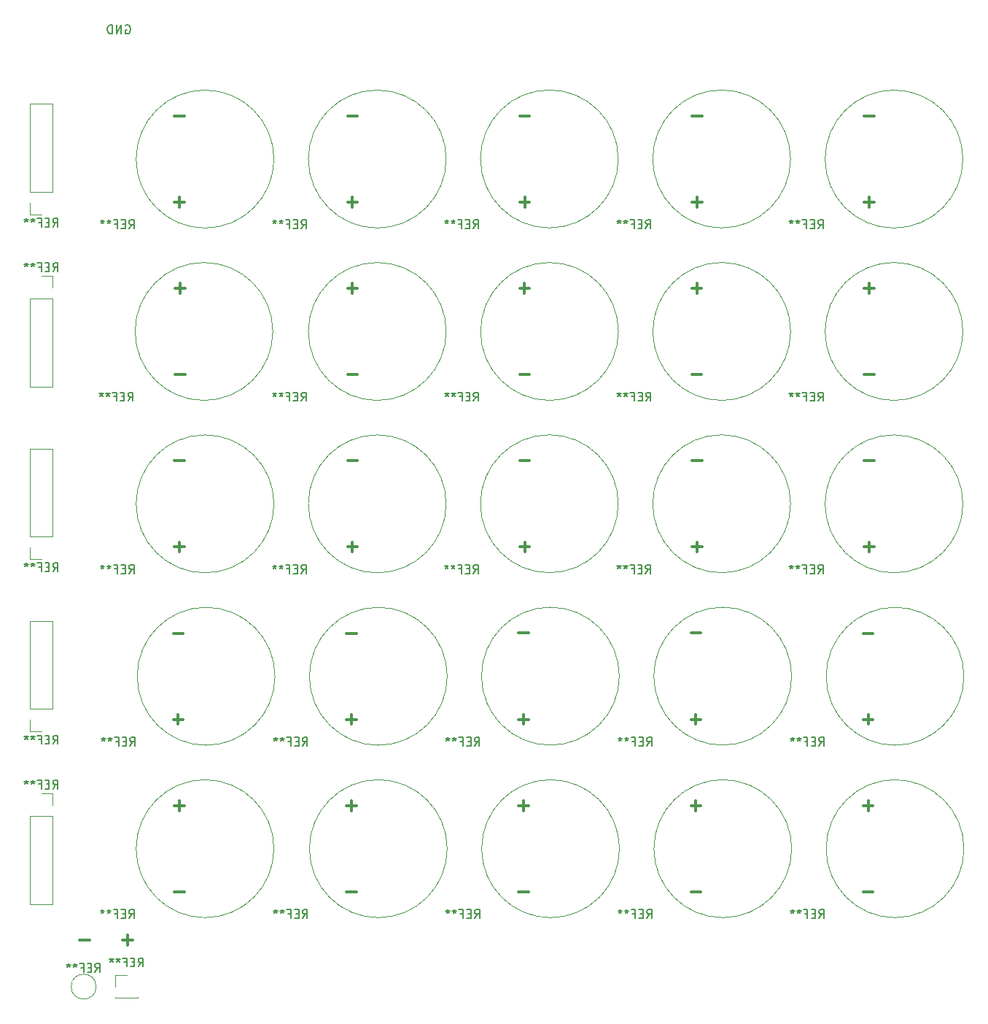
<source format=gbr>
%TF.GenerationSoftware,KiCad,Pcbnew,(6.0.4)*%
%TF.CreationDate,2022-05-01T19:30:29-04:00*%
%TF.ProjectId,ultrasonic,756c7472-6173-46f6-9e69-632e6b696361,rev?*%
%TF.SameCoordinates,Original*%
%TF.FileFunction,Legend,Bot*%
%TF.FilePolarity,Positive*%
%FSLAX46Y46*%
G04 Gerber Fmt 4.6, Leading zero omitted, Abs format (unit mm)*
G04 Created by KiCad (PCBNEW (6.0.4)) date 2022-05-01 19:30:29*
%MOMM*%
%LPD*%
G01*
G04 APERTURE LIST*
%ADD10C,0.150000*%
%ADD11C,0.300000*%
%ADD12C,0.120000*%
G04 APERTURE END LIST*
D10*
X75761904Y-44500000D02*
X75857142Y-44452380D01*
X76000000Y-44452380D01*
X76142857Y-44500000D01*
X76238095Y-44595238D01*
X76285714Y-44690476D01*
X76333333Y-44880952D01*
X76333333Y-45023809D01*
X76285714Y-45214285D01*
X76238095Y-45309523D01*
X76142857Y-45404761D01*
X76000000Y-45452380D01*
X75904761Y-45452380D01*
X75761904Y-45404761D01*
X75714285Y-45357142D01*
X75714285Y-45023809D01*
X75904761Y-45023809D01*
X75285714Y-45452380D02*
X75285714Y-44452380D01*
X74714285Y-45452380D01*
X74714285Y-44452380D01*
X74238095Y-45452380D02*
X74238095Y-44452380D01*
X74000000Y-44452380D01*
X73857142Y-44500000D01*
X73761904Y-44595238D01*
X73714285Y-44690476D01*
X73666666Y-44880952D01*
X73666666Y-45023809D01*
X73714285Y-45214285D01*
X73761904Y-45309523D01*
X73857142Y-45404761D01*
X74000000Y-45452380D01*
X74238095Y-45452380D01*
D11*
X71571428Y-150607142D02*
X70428571Y-150607142D01*
X76571428Y-150607142D02*
X75428571Y-150607142D01*
X76000000Y-151178571D02*
X76000000Y-150035714D01*
X102571429Y-145007143D02*
X101428572Y-145007143D01*
X82571428Y-145007142D02*
X81428571Y-145007142D01*
X82450181Y-115007143D02*
X81307324Y-115007143D01*
X142571428Y-114995772D02*
X141428571Y-114995772D01*
X142571428Y-124995772D02*
X141428571Y-124995772D01*
X142000000Y-125567201D02*
X142000000Y-124424344D01*
X102571429Y-135007143D02*
X101428572Y-135007143D01*
X102000001Y-135578572D02*
X102000001Y-134435715D01*
X82571428Y-135007142D02*
X81428571Y-135007142D01*
X82000000Y-135578571D02*
X82000000Y-134435714D01*
X142560057Y-135007143D02*
X141417200Y-135007143D01*
X141988629Y-135578572D02*
X141988629Y-134435715D01*
X102571429Y-125007143D02*
X101428572Y-125007143D01*
X102000001Y-125578572D02*
X102000001Y-124435715D01*
X122554373Y-145007143D02*
X121411516Y-145007143D01*
X162571429Y-135007143D02*
X161428572Y-135007143D01*
X162000001Y-135578572D02*
X162000001Y-134435715D01*
X162571429Y-115007143D02*
X161428572Y-115007143D01*
X82450181Y-125007143D02*
X81307324Y-125007143D01*
X81878753Y-125578572D02*
X81878753Y-124435715D01*
X102571429Y-115007143D02*
X101428572Y-115007143D01*
X122571429Y-124995772D02*
X121428572Y-124995772D01*
X122000001Y-125567201D02*
X122000001Y-124424344D01*
X162571429Y-125007143D02*
X161428572Y-125007143D01*
X162000001Y-125578572D02*
X162000001Y-124435715D01*
X122571429Y-114995772D02*
X121428572Y-114995772D01*
X122554373Y-135007143D02*
X121411516Y-135007143D01*
X121982945Y-135578572D02*
X121982945Y-134435715D01*
X162571429Y-145007143D02*
X161428572Y-145007143D01*
X142560057Y-145007143D02*
X141417200Y-145007143D01*
X102692676Y-95007142D02*
X101549819Y-95007142D01*
X102692676Y-105007142D02*
X101549819Y-105007142D01*
X102121248Y-105578571D02*
X102121248Y-104435714D01*
X82571428Y-95007142D02*
X81428571Y-95007142D01*
X122692676Y-104995771D02*
X121549819Y-104995771D01*
X122121248Y-105567200D02*
X122121248Y-104424343D01*
X122692676Y-94995771D02*
X121549819Y-94995771D01*
X162692676Y-95007142D02*
X161549819Y-95007142D01*
X82571428Y-105007142D02*
X81428571Y-105007142D01*
X82000000Y-105578571D02*
X82000000Y-104435714D01*
X162692676Y-105007142D02*
X161549819Y-105007142D01*
X162121248Y-105578571D02*
X162121248Y-104435714D01*
X142692675Y-104995771D02*
X141549818Y-104995771D01*
X142121247Y-105567200D02*
X142121247Y-104424343D01*
X142692675Y-94995771D02*
X141549818Y-94995771D01*
X122692676Y-64995771D02*
X121549819Y-64995771D01*
X122121248Y-65567200D02*
X122121248Y-64424343D01*
X142692675Y-64995771D02*
X141549818Y-64995771D01*
X142121247Y-65567200D02*
X142121247Y-64424343D01*
X102692676Y-55007142D02*
X101549819Y-55007142D01*
X162692676Y-55007142D02*
X161549819Y-55007142D01*
X142692675Y-54995771D02*
X141549818Y-54995771D01*
X122692676Y-54995771D02*
X121549819Y-54995771D01*
X102692676Y-65007142D02*
X101549819Y-65007142D01*
X102121248Y-65578571D02*
X102121248Y-64435714D01*
X162692676Y-65007142D02*
X161549819Y-65007142D01*
X162121248Y-65578571D02*
X162121248Y-64435714D01*
X82571428Y-65007142D02*
X81428571Y-65007142D01*
X82000000Y-65578571D02*
X82000000Y-64435714D01*
X162692676Y-75007142D02*
X161549819Y-75007142D01*
X162121248Y-75578571D02*
X162121248Y-74435714D01*
X82571428Y-55007142D02*
X81428571Y-55007142D01*
X82692675Y-75007141D02*
X81549818Y-75007141D01*
X82121247Y-75578570D02*
X82121247Y-74435713D01*
X102692676Y-75007142D02*
X101549819Y-75007142D01*
X102121248Y-75578571D02*
X102121248Y-74435714D01*
X102692676Y-85007142D02*
X101549819Y-85007142D01*
X122675620Y-85007142D02*
X121532763Y-85007142D01*
X142681304Y-75007142D02*
X141538447Y-75007142D01*
X142109876Y-75578571D02*
X142109876Y-74435714D01*
X82692675Y-85007141D02*
X81549818Y-85007141D01*
X122675620Y-75007142D02*
X121532763Y-75007142D01*
X122104192Y-75578571D02*
X122104192Y-74435714D01*
X162692676Y-85007142D02*
X161549819Y-85007142D01*
X142681304Y-85007142D02*
X141538447Y-85007142D01*
D10*
%TO.C,REF\u002A\u002A*%
X72238095Y-154304380D02*
X72571428Y-153828190D01*
X72809523Y-154304380D02*
X72809523Y-153304380D01*
X72428571Y-153304380D01*
X72333333Y-153352000D01*
X72285714Y-153399619D01*
X72238095Y-153494857D01*
X72238095Y-153637714D01*
X72285714Y-153732952D01*
X72333333Y-153780571D01*
X72428571Y-153828190D01*
X72809523Y-153828190D01*
X71809523Y-153780571D02*
X71476190Y-153780571D01*
X71333333Y-154304380D02*
X71809523Y-154304380D01*
X71809523Y-153304380D01*
X71333333Y-153304380D01*
X70571428Y-153780571D02*
X70904762Y-153780571D01*
X70904762Y-154304380D02*
X70904762Y-153304380D01*
X70428571Y-153304380D01*
X69904762Y-153304380D02*
X69904762Y-153542476D01*
X70142857Y-153447238D02*
X69904762Y-153542476D01*
X69666666Y-153447238D01*
X70047619Y-153732952D02*
X69904762Y-153542476D01*
X69761904Y-153732952D01*
X69142857Y-153304380D02*
X69142857Y-153542476D01*
X69380952Y-153447238D02*
X69142857Y-153542476D01*
X68904762Y-153447238D01*
X69285714Y-153732952D02*
X69142857Y-153542476D01*
X69000000Y-153732952D01*
X77238095Y-153682380D02*
X77571428Y-153206190D01*
X77809523Y-153682380D02*
X77809523Y-152682380D01*
X77428571Y-152682380D01*
X77333333Y-152730000D01*
X77285714Y-152777619D01*
X77238095Y-152872857D01*
X77238095Y-153015714D01*
X77285714Y-153110952D01*
X77333333Y-153158571D01*
X77428571Y-153206190D01*
X77809523Y-153206190D01*
X76809523Y-153158571D02*
X76476190Y-153158571D01*
X76333333Y-153682380D02*
X76809523Y-153682380D01*
X76809523Y-152682380D01*
X76333333Y-152682380D01*
X75571428Y-153158571D02*
X75904762Y-153158571D01*
X75904762Y-153682380D02*
X75904762Y-152682380D01*
X75428571Y-152682380D01*
X74904762Y-152682380D02*
X74904762Y-152920476D01*
X75142857Y-152825238D02*
X74904762Y-152920476D01*
X74666666Y-152825238D01*
X75047619Y-153110952D02*
X74904762Y-152920476D01*
X74761904Y-153110952D01*
X74142857Y-152682380D02*
X74142857Y-152920476D01*
X74380952Y-152825238D02*
X74142857Y-152920476D01*
X73904762Y-152825238D01*
X74285714Y-153110952D02*
X74142857Y-152920476D01*
X74000000Y-153110952D01*
X67333333Y-133047380D02*
X67666666Y-132571190D01*
X67904761Y-133047380D02*
X67904761Y-132047380D01*
X67523809Y-132047380D01*
X67428571Y-132095000D01*
X67380952Y-132142619D01*
X67333333Y-132237857D01*
X67333333Y-132380714D01*
X67380952Y-132475952D01*
X67428571Y-132523571D01*
X67523809Y-132571190D01*
X67904761Y-132571190D01*
X66904761Y-132523571D02*
X66571428Y-132523571D01*
X66428571Y-133047380D02*
X66904761Y-133047380D01*
X66904761Y-132047380D01*
X66428571Y-132047380D01*
X65666666Y-132523571D02*
X66000000Y-132523571D01*
X66000000Y-133047380D02*
X66000000Y-132047380D01*
X65523809Y-132047380D01*
X65000000Y-132047380D02*
X65000000Y-132285476D01*
X65238095Y-132190238D02*
X65000000Y-132285476D01*
X64761904Y-132190238D01*
X65142857Y-132475952D02*
X65000000Y-132285476D01*
X64857142Y-132475952D01*
X64238095Y-132047380D02*
X64238095Y-132285476D01*
X64476190Y-132190238D02*
X64238095Y-132285476D01*
X64000000Y-132190238D01*
X64380952Y-132475952D02*
X64238095Y-132285476D01*
X64095238Y-132475952D01*
X67333333Y-127857380D02*
X67666666Y-127381190D01*
X67904761Y-127857380D02*
X67904761Y-126857380D01*
X67523809Y-126857380D01*
X67428571Y-126905000D01*
X67380952Y-126952619D01*
X67333333Y-127047857D01*
X67333333Y-127190714D01*
X67380952Y-127285952D01*
X67428571Y-127333571D01*
X67523809Y-127381190D01*
X67904761Y-127381190D01*
X66904761Y-127333571D02*
X66571428Y-127333571D01*
X66428571Y-127857380D02*
X66904761Y-127857380D01*
X66904761Y-126857380D01*
X66428571Y-126857380D01*
X65666666Y-127333571D02*
X66000000Y-127333571D01*
X66000000Y-127857380D02*
X66000000Y-126857380D01*
X65523809Y-126857380D01*
X65000000Y-126857380D02*
X65000000Y-127095476D01*
X65238095Y-127000238D02*
X65000000Y-127095476D01*
X64761904Y-127000238D01*
X65142857Y-127285952D02*
X65000000Y-127095476D01*
X64857142Y-127285952D01*
X64238095Y-126857380D02*
X64238095Y-127095476D01*
X64476190Y-127000238D02*
X64238095Y-127095476D01*
X64000000Y-127000238D01*
X64380952Y-127285952D02*
X64238095Y-127095476D01*
X64095238Y-127285952D01*
X67333333Y-107857380D02*
X67666666Y-107381190D01*
X67904761Y-107857380D02*
X67904761Y-106857380D01*
X67523809Y-106857380D01*
X67428571Y-106905000D01*
X67380952Y-106952619D01*
X67333333Y-107047857D01*
X67333333Y-107190714D01*
X67380952Y-107285952D01*
X67428571Y-107333571D01*
X67523809Y-107381190D01*
X67904761Y-107381190D01*
X66904761Y-107333571D02*
X66571428Y-107333571D01*
X66428571Y-107857380D02*
X66904761Y-107857380D01*
X66904761Y-106857380D01*
X66428571Y-106857380D01*
X65666666Y-107333571D02*
X66000000Y-107333571D01*
X66000000Y-107857380D02*
X66000000Y-106857380D01*
X65523809Y-106857380D01*
X65000000Y-106857380D02*
X65000000Y-107095476D01*
X65238095Y-107000238D02*
X65000000Y-107095476D01*
X64761904Y-107000238D01*
X65142857Y-107285952D02*
X65000000Y-107095476D01*
X64857142Y-107285952D01*
X64238095Y-106857380D02*
X64238095Y-107095476D01*
X64476190Y-107000238D02*
X64238095Y-107095476D01*
X64000000Y-107000238D01*
X64380952Y-107285952D02*
X64238095Y-107095476D01*
X64095238Y-107285952D01*
X67333333Y-73047380D02*
X67666666Y-72571190D01*
X67904761Y-73047380D02*
X67904761Y-72047380D01*
X67523809Y-72047380D01*
X67428571Y-72095000D01*
X67380952Y-72142619D01*
X67333333Y-72237857D01*
X67333333Y-72380714D01*
X67380952Y-72475952D01*
X67428571Y-72523571D01*
X67523809Y-72571190D01*
X67904761Y-72571190D01*
X66904761Y-72523571D02*
X66571428Y-72523571D01*
X66428571Y-73047380D02*
X66904761Y-73047380D01*
X66904761Y-72047380D01*
X66428571Y-72047380D01*
X65666666Y-72523571D02*
X66000000Y-72523571D01*
X66000000Y-73047380D02*
X66000000Y-72047380D01*
X65523809Y-72047380D01*
X65000000Y-72047380D02*
X65000000Y-72285476D01*
X65238095Y-72190238D02*
X65000000Y-72285476D01*
X64761904Y-72190238D01*
X65142857Y-72475952D02*
X65000000Y-72285476D01*
X64857142Y-72475952D01*
X64238095Y-72047380D02*
X64238095Y-72285476D01*
X64476190Y-72190238D02*
X64238095Y-72285476D01*
X64000000Y-72190238D01*
X64380952Y-72475952D02*
X64238095Y-72285476D01*
X64095238Y-72475952D01*
X67333333Y-67857380D02*
X67666666Y-67381190D01*
X67904761Y-67857380D02*
X67904761Y-66857380D01*
X67523809Y-66857380D01*
X67428571Y-66905000D01*
X67380952Y-66952619D01*
X67333333Y-67047857D01*
X67333333Y-67190714D01*
X67380952Y-67285952D01*
X67428571Y-67333571D01*
X67523809Y-67381190D01*
X67904761Y-67381190D01*
X66904761Y-67333571D02*
X66571428Y-67333571D01*
X66428571Y-67857380D02*
X66904761Y-67857380D01*
X66904761Y-66857380D01*
X66428571Y-66857380D01*
X65666666Y-67333571D02*
X66000000Y-67333571D01*
X66000000Y-67857380D02*
X66000000Y-66857380D01*
X65523809Y-66857380D01*
X65000000Y-66857380D02*
X65000000Y-67095476D01*
X65238095Y-67000238D02*
X65000000Y-67095476D01*
X64761904Y-67000238D01*
X65142857Y-67285952D02*
X65000000Y-67095476D01*
X64857142Y-67285952D01*
X64238095Y-66857380D02*
X64238095Y-67095476D01*
X64476190Y-67000238D02*
X64238095Y-67095476D01*
X64000000Y-67000238D01*
X64380952Y-67285952D02*
X64238095Y-67095476D01*
X64095238Y-67285952D01*
X136294580Y-148072381D02*
X136627913Y-147596191D01*
X136866008Y-148072381D02*
X136866008Y-147072381D01*
X136485056Y-147072381D01*
X136389818Y-147120001D01*
X136342199Y-147167620D01*
X136294580Y-147262858D01*
X136294580Y-147405715D01*
X136342199Y-147500953D01*
X136389818Y-147548572D01*
X136485056Y-147596191D01*
X136866008Y-147596191D01*
X135866008Y-147548572D02*
X135532675Y-147548572D01*
X135389818Y-148072381D02*
X135866008Y-148072381D01*
X135866008Y-147072381D01*
X135389818Y-147072381D01*
X134627913Y-147548572D02*
X134961247Y-147548572D01*
X134961247Y-148072381D02*
X134961247Y-147072381D01*
X134485056Y-147072381D01*
X133961247Y-147072381D02*
X133961247Y-147310477D01*
X134199342Y-147215239D02*
X133961247Y-147310477D01*
X133723151Y-147215239D01*
X134104104Y-147500953D02*
X133961247Y-147310477D01*
X133818389Y-147500953D01*
X133199342Y-147072381D02*
X133199342Y-147310477D01*
X133437437Y-147215239D02*
X133199342Y-147310477D01*
X132961247Y-147215239D01*
X133342199Y-147500953D02*
X133199342Y-147310477D01*
X133056485Y-147500953D01*
X136283209Y-128061010D02*
X136616542Y-127584820D01*
X136854637Y-128061010D02*
X136854637Y-127061010D01*
X136473685Y-127061010D01*
X136378447Y-127108630D01*
X136330828Y-127156249D01*
X136283209Y-127251487D01*
X136283209Y-127394344D01*
X136330828Y-127489582D01*
X136378447Y-127537201D01*
X136473685Y-127584820D01*
X136854637Y-127584820D01*
X135854637Y-127537201D02*
X135521304Y-127537201D01*
X135378447Y-128061010D02*
X135854637Y-128061010D01*
X135854637Y-127061010D01*
X135378447Y-127061010D01*
X134616542Y-127537201D02*
X134949876Y-127537201D01*
X134949876Y-128061010D02*
X134949876Y-127061010D01*
X134473685Y-127061010D01*
X133949876Y-127061010D02*
X133949876Y-127299106D01*
X134187971Y-127203868D02*
X133949876Y-127299106D01*
X133711780Y-127203868D01*
X134092733Y-127489582D02*
X133949876Y-127299106D01*
X133807018Y-127489582D01*
X133187971Y-127061010D02*
X133187971Y-127299106D01*
X133426066Y-127203868D02*
X133187971Y-127299106D01*
X132949876Y-127203868D01*
X133330828Y-127489582D02*
X133187971Y-127299106D01*
X133045114Y-127489582D01*
X116294580Y-148072381D02*
X116627913Y-147596191D01*
X116866008Y-148072381D02*
X116866008Y-147072381D01*
X116485056Y-147072381D01*
X116389818Y-147120001D01*
X116342199Y-147167620D01*
X116294580Y-147262858D01*
X116294580Y-147405715D01*
X116342199Y-147500953D01*
X116389818Y-147548572D01*
X116485056Y-147596191D01*
X116866008Y-147596191D01*
X115866008Y-147548572D02*
X115532675Y-147548572D01*
X115389818Y-148072381D02*
X115866008Y-148072381D01*
X115866008Y-147072381D01*
X115389818Y-147072381D01*
X114627913Y-147548572D02*
X114961247Y-147548572D01*
X114961247Y-148072381D02*
X114961247Y-147072381D01*
X114485056Y-147072381D01*
X113961247Y-147072381D02*
X113961247Y-147310477D01*
X114199342Y-147215239D02*
X113961247Y-147310477D01*
X113723151Y-147215239D01*
X114104104Y-147500953D02*
X113961247Y-147310477D01*
X113818389Y-147500953D01*
X113199342Y-147072381D02*
X113199342Y-147310477D01*
X113437437Y-147215239D02*
X113199342Y-147310477D01*
X112961247Y-147215239D01*
X113342199Y-147500953D02*
X113199342Y-147310477D01*
X113056485Y-147500953D01*
X76294580Y-128072381D02*
X76627913Y-127596191D01*
X76866008Y-128072381D02*
X76866008Y-127072381D01*
X76485056Y-127072381D01*
X76389818Y-127120001D01*
X76342199Y-127167620D01*
X76294580Y-127262858D01*
X76294580Y-127405715D01*
X76342199Y-127500953D01*
X76389818Y-127548572D01*
X76485056Y-127596191D01*
X76866008Y-127596191D01*
X75866008Y-127548572D02*
X75532675Y-127548572D01*
X75389818Y-128072381D02*
X75866008Y-128072381D01*
X75866008Y-127072381D01*
X75389818Y-127072381D01*
X74627913Y-127548572D02*
X74961247Y-127548572D01*
X74961247Y-128072381D02*
X74961247Y-127072381D01*
X74485056Y-127072381D01*
X73961247Y-127072381D02*
X73961247Y-127310477D01*
X74199342Y-127215239D02*
X73961247Y-127310477D01*
X73723151Y-127215239D01*
X74104104Y-127500953D02*
X73961247Y-127310477D01*
X73818389Y-127500953D01*
X73199342Y-127072381D02*
X73199342Y-127310477D01*
X73437437Y-127215239D02*
X73199342Y-127310477D01*
X72961247Y-127215239D01*
X73342199Y-127500953D02*
X73199342Y-127310477D01*
X73056485Y-127500953D01*
X76173333Y-148072380D02*
X76506666Y-147596190D01*
X76744761Y-148072380D02*
X76744761Y-147072380D01*
X76363809Y-147072380D01*
X76268571Y-147120000D01*
X76220952Y-147167619D01*
X76173333Y-147262857D01*
X76173333Y-147405714D01*
X76220952Y-147500952D01*
X76268571Y-147548571D01*
X76363809Y-147596190D01*
X76744761Y-147596190D01*
X75744761Y-147548571D02*
X75411428Y-147548571D01*
X75268571Y-148072380D02*
X75744761Y-148072380D01*
X75744761Y-147072380D01*
X75268571Y-147072380D01*
X74506666Y-147548571D02*
X74840000Y-147548571D01*
X74840000Y-148072380D02*
X74840000Y-147072380D01*
X74363809Y-147072380D01*
X73840000Y-147072380D02*
X73840000Y-147310476D01*
X74078095Y-147215238D02*
X73840000Y-147310476D01*
X73601904Y-147215238D01*
X73982857Y-147500952D02*
X73840000Y-147310476D01*
X73697142Y-147500952D01*
X73078095Y-147072380D02*
X73078095Y-147310476D01*
X73316190Y-147215238D02*
X73078095Y-147310476D01*
X72840000Y-147215238D01*
X73220952Y-147500952D02*
X73078095Y-147310476D01*
X72935238Y-147500952D01*
X96294580Y-148072381D02*
X96627913Y-147596191D01*
X96866008Y-148072381D02*
X96866008Y-147072381D01*
X96485056Y-147072381D01*
X96389818Y-147120001D01*
X96342199Y-147167620D01*
X96294580Y-147262858D01*
X96294580Y-147405715D01*
X96342199Y-147500953D01*
X96389818Y-147548572D01*
X96485056Y-147596191D01*
X96866008Y-147596191D01*
X95866008Y-147548572D02*
X95532675Y-147548572D01*
X95389818Y-148072381D02*
X95866008Y-148072381D01*
X95866008Y-147072381D01*
X95389818Y-147072381D01*
X94627913Y-147548572D02*
X94961247Y-147548572D01*
X94961247Y-148072381D02*
X94961247Y-147072381D01*
X94485056Y-147072381D01*
X93961247Y-147072381D02*
X93961247Y-147310477D01*
X94199342Y-147215239D02*
X93961247Y-147310477D01*
X93723151Y-147215239D01*
X94104104Y-147500953D02*
X93961247Y-147310477D01*
X93818389Y-147500953D01*
X93199342Y-147072381D02*
X93199342Y-147310477D01*
X93437437Y-147215239D02*
X93199342Y-147310477D01*
X92961247Y-147215239D01*
X93342199Y-147500953D02*
X93199342Y-147310477D01*
X93056485Y-147500953D01*
X156294580Y-148072381D02*
X156627913Y-147596191D01*
X156866008Y-148072381D02*
X156866008Y-147072381D01*
X156485056Y-147072381D01*
X156389818Y-147120001D01*
X156342199Y-147167620D01*
X156294580Y-147262858D01*
X156294580Y-147405715D01*
X156342199Y-147500953D01*
X156389818Y-147548572D01*
X156485056Y-147596191D01*
X156866008Y-147596191D01*
X155866008Y-147548572D02*
X155532675Y-147548572D01*
X155389818Y-148072381D02*
X155866008Y-148072381D01*
X155866008Y-147072381D01*
X155389818Y-147072381D01*
X154627913Y-147548572D02*
X154961247Y-147548572D01*
X154961247Y-148072381D02*
X154961247Y-147072381D01*
X154485056Y-147072381D01*
X153961247Y-147072381D02*
X153961247Y-147310477D01*
X154199342Y-147215239D02*
X153961247Y-147310477D01*
X153723151Y-147215239D01*
X154104104Y-147500953D02*
X153961247Y-147310477D01*
X153818389Y-147500953D01*
X153199342Y-147072381D02*
X153199342Y-147310477D01*
X153437437Y-147215239D02*
X153199342Y-147310477D01*
X152961247Y-147215239D01*
X153342199Y-147500953D02*
X153199342Y-147310477D01*
X153056485Y-147500953D01*
X96294580Y-128072381D02*
X96627913Y-127596191D01*
X96866008Y-128072381D02*
X96866008Y-127072381D01*
X96485056Y-127072381D01*
X96389818Y-127120001D01*
X96342199Y-127167620D01*
X96294580Y-127262858D01*
X96294580Y-127405715D01*
X96342199Y-127500953D01*
X96389818Y-127548572D01*
X96485056Y-127596191D01*
X96866008Y-127596191D01*
X95866008Y-127548572D02*
X95532675Y-127548572D01*
X95389818Y-128072381D02*
X95866008Y-128072381D01*
X95866008Y-127072381D01*
X95389818Y-127072381D01*
X94627913Y-127548572D02*
X94961247Y-127548572D01*
X94961247Y-128072381D02*
X94961247Y-127072381D01*
X94485056Y-127072381D01*
X93961247Y-127072381D02*
X93961247Y-127310477D01*
X94199342Y-127215239D02*
X93961247Y-127310477D01*
X93723151Y-127215239D01*
X94104104Y-127500953D02*
X93961247Y-127310477D01*
X93818389Y-127500953D01*
X93199342Y-127072381D02*
X93199342Y-127310477D01*
X93437437Y-127215239D02*
X93199342Y-127310477D01*
X92961247Y-127215239D01*
X93342199Y-127500953D02*
X93199342Y-127310477D01*
X93056485Y-127500953D01*
X156294580Y-128072381D02*
X156627913Y-127596191D01*
X156866008Y-128072381D02*
X156866008Y-127072381D01*
X156485056Y-127072381D01*
X156389818Y-127120001D01*
X156342199Y-127167620D01*
X156294580Y-127262858D01*
X156294580Y-127405715D01*
X156342199Y-127500953D01*
X156389818Y-127548572D01*
X156485056Y-127596191D01*
X156866008Y-127596191D01*
X155866008Y-127548572D02*
X155532675Y-127548572D01*
X155389818Y-128072381D02*
X155866008Y-128072381D01*
X155866008Y-127072381D01*
X155389818Y-127072381D01*
X154627913Y-127548572D02*
X154961247Y-127548572D01*
X154961247Y-128072381D02*
X154961247Y-127072381D01*
X154485056Y-127072381D01*
X153961247Y-127072381D02*
X153961247Y-127310477D01*
X154199342Y-127215239D02*
X153961247Y-127310477D01*
X153723151Y-127215239D01*
X154104104Y-127500953D02*
X153961247Y-127310477D01*
X153818389Y-127500953D01*
X153199342Y-127072381D02*
X153199342Y-127310477D01*
X153437437Y-127215239D02*
X153199342Y-127310477D01*
X152961247Y-127215239D01*
X153342199Y-127500953D02*
X153199342Y-127310477D01*
X153056485Y-127500953D01*
X116277524Y-128061010D02*
X116610857Y-127584820D01*
X116848952Y-128061010D02*
X116848952Y-127061010D01*
X116468000Y-127061010D01*
X116372762Y-127108630D01*
X116325143Y-127156249D01*
X116277524Y-127251487D01*
X116277524Y-127394344D01*
X116325143Y-127489582D01*
X116372762Y-127537201D01*
X116468000Y-127584820D01*
X116848952Y-127584820D01*
X115848952Y-127537201D02*
X115515619Y-127537201D01*
X115372762Y-128061010D02*
X115848952Y-128061010D01*
X115848952Y-127061010D01*
X115372762Y-127061010D01*
X114610857Y-127537201D02*
X114944191Y-127537201D01*
X114944191Y-128061010D02*
X114944191Y-127061010D01*
X114468000Y-127061010D01*
X113944191Y-127061010D02*
X113944191Y-127299106D01*
X114182286Y-127203868D02*
X113944191Y-127299106D01*
X113706095Y-127203868D01*
X114087048Y-127489582D02*
X113944191Y-127299106D01*
X113801333Y-127489582D01*
X113182286Y-127061010D02*
X113182286Y-127299106D01*
X113420381Y-127203868D02*
X113182286Y-127299106D01*
X112944191Y-127203868D01*
X113325143Y-127489582D02*
X113182286Y-127299106D01*
X113039429Y-127489582D01*
X136161962Y-108061009D02*
X136495295Y-107584819D01*
X136733390Y-108061009D02*
X136733390Y-107061009D01*
X136352438Y-107061009D01*
X136257200Y-107108629D01*
X136209581Y-107156248D01*
X136161962Y-107251486D01*
X136161962Y-107394343D01*
X136209581Y-107489581D01*
X136257200Y-107537200D01*
X136352438Y-107584819D01*
X136733390Y-107584819D01*
X135733390Y-107537200D02*
X135400057Y-107537200D01*
X135257200Y-108061009D02*
X135733390Y-108061009D01*
X135733390Y-107061009D01*
X135257200Y-107061009D01*
X134495295Y-107537200D02*
X134828629Y-107537200D01*
X134828629Y-108061009D02*
X134828629Y-107061009D01*
X134352438Y-107061009D01*
X133828629Y-107061009D02*
X133828629Y-107299105D01*
X134066724Y-107203867D02*
X133828629Y-107299105D01*
X133590533Y-107203867D01*
X133971486Y-107489581D02*
X133828629Y-107299105D01*
X133685771Y-107489581D01*
X133066724Y-107061009D02*
X133066724Y-107299105D01*
X133304819Y-107203867D02*
X133066724Y-107299105D01*
X132828629Y-107203867D01*
X133209581Y-107489581D02*
X133066724Y-107299105D01*
X132923867Y-107489581D01*
X96173333Y-108072380D02*
X96506666Y-107596190D01*
X96744761Y-108072380D02*
X96744761Y-107072380D01*
X96363809Y-107072380D01*
X96268571Y-107120000D01*
X96220952Y-107167619D01*
X96173333Y-107262857D01*
X96173333Y-107405714D01*
X96220952Y-107500952D01*
X96268571Y-107548571D01*
X96363809Y-107596190D01*
X96744761Y-107596190D01*
X95744761Y-107548571D02*
X95411428Y-107548571D01*
X95268571Y-108072380D02*
X95744761Y-108072380D01*
X95744761Y-107072380D01*
X95268571Y-107072380D01*
X94506666Y-107548571D02*
X94840000Y-107548571D01*
X94840000Y-108072380D02*
X94840000Y-107072380D01*
X94363809Y-107072380D01*
X93840000Y-107072380D02*
X93840000Y-107310476D01*
X94078095Y-107215238D02*
X93840000Y-107310476D01*
X93601904Y-107215238D01*
X93982857Y-107500952D02*
X93840000Y-107310476D01*
X93697142Y-107500952D01*
X93078095Y-107072380D02*
X93078095Y-107310476D01*
X93316190Y-107215238D02*
X93078095Y-107310476D01*
X92840000Y-107215238D01*
X93220952Y-107500952D02*
X93078095Y-107310476D01*
X92935238Y-107500952D01*
X76173333Y-108072380D02*
X76506666Y-107596190D01*
X76744761Y-108072380D02*
X76744761Y-107072380D01*
X76363809Y-107072380D01*
X76268571Y-107120000D01*
X76220952Y-107167619D01*
X76173333Y-107262857D01*
X76173333Y-107405714D01*
X76220952Y-107500952D01*
X76268571Y-107548571D01*
X76363809Y-107596190D01*
X76744761Y-107596190D01*
X75744761Y-107548571D02*
X75411428Y-107548571D01*
X75268571Y-108072380D02*
X75744761Y-108072380D01*
X75744761Y-107072380D01*
X75268571Y-107072380D01*
X74506666Y-107548571D02*
X74840000Y-107548571D01*
X74840000Y-108072380D02*
X74840000Y-107072380D01*
X74363809Y-107072380D01*
X73840000Y-107072380D02*
X73840000Y-107310476D01*
X74078095Y-107215238D02*
X73840000Y-107310476D01*
X73601904Y-107215238D01*
X73982857Y-107500952D02*
X73840000Y-107310476D01*
X73697142Y-107500952D01*
X73078095Y-107072380D02*
X73078095Y-107310476D01*
X73316190Y-107215238D02*
X73078095Y-107310476D01*
X72840000Y-107215238D01*
X73220952Y-107500952D02*
X73078095Y-107310476D01*
X72935238Y-107500952D01*
X116156277Y-108061009D02*
X116489610Y-107584819D01*
X116727705Y-108061009D02*
X116727705Y-107061009D01*
X116346753Y-107061009D01*
X116251515Y-107108629D01*
X116203896Y-107156248D01*
X116156277Y-107251486D01*
X116156277Y-107394343D01*
X116203896Y-107489581D01*
X116251515Y-107537200D01*
X116346753Y-107584819D01*
X116727705Y-107584819D01*
X115727705Y-107537200D02*
X115394372Y-107537200D01*
X115251515Y-108061009D02*
X115727705Y-108061009D01*
X115727705Y-107061009D01*
X115251515Y-107061009D01*
X114489610Y-107537200D02*
X114822944Y-107537200D01*
X114822944Y-108061009D02*
X114822944Y-107061009D01*
X114346753Y-107061009D01*
X113822944Y-107061009D02*
X113822944Y-107299105D01*
X114061039Y-107203867D02*
X113822944Y-107299105D01*
X113584848Y-107203867D01*
X113965801Y-107489581D02*
X113822944Y-107299105D01*
X113680086Y-107489581D01*
X113061039Y-107061009D02*
X113061039Y-107299105D01*
X113299134Y-107203867D02*
X113061039Y-107299105D01*
X112822944Y-107203867D01*
X113203896Y-107489581D02*
X113061039Y-107299105D01*
X112918182Y-107489581D01*
X156173333Y-108072380D02*
X156506666Y-107596190D01*
X156744761Y-108072380D02*
X156744761Y-107072380D01*
X156363809Y-107072380D01*
X156268571Y-107120000D01*
X156220952Y-107167619D01*
X156173333Y-107262857D01*
X156173333Y-107405714D01*
X156220952Y-107500952D01*
X156268571Y-107548571D01*
X156363809Y-107596190D01*
X156744761Y-107596190D01*
X155744761Y-107548571D02*
X155411428Y-107548571D01*
X155268571Y-108072380D02*
X155744761Y-108072380D01*
X155744761Y-107072380D01*
X155268571Y-107072380D01*
X154506666Y-107548571D02*
X154840000Y-107548571D01*
X154840000Y-108072380D02*
X154840000Y-107072380D01*
X154363809Y-107072380D01*
X153840000Y-107072380D02*
X153840000Y-107310476D01*
X154078095Y-107215238D02*
X153840000Y-107310476D01*
X153601904Y-107215238D01*
X153982857Y-107500952D02*
X153840000Y-107310476D01*
X153697142Y-107500952D01*
X153078095Y-107072380D02*
X153078095Y-107310476D01*
X153316190Y-107215238D02*
X153078095Y-107310476D01*
X152840000Y-107215238D01*
X153220952Y-107500952D02*
X153078095Y-107310476D01*
X152935238Y-107500952D01*
X116156277Y-68061009D02*
X116489610Y-67584819D01*
X116727705Y-68061009D02*
X116727705Y-67061009D01*
X116346753Y-67061009D01*
X116251515Y-67108629D01*
X116203896Y-67156248D01*
X116156277Y-67251486D01*
X116156277Y-67394343D01*
X116203896Y-67489581D01*
X116251515Y-67537200D01*
X116346753Y-67584819D01*
X116727705Y-67584819D01*
X115727705Y-67537200D02*
X115394372Y-67537200D01*
X115251515Y-68061009D02*
X115727705Y-68061009D01*
X115727705Y-67061009D01*
X115251515Y-67061009D01*
X114489610Y-67537200D02*
X114822944Y-67537200D01*
X114822944Y-68061009D02*
X114822944Y-67061009D01*
X114346753Y-67061009D01*
X113822944Y-67061009D02*
X113822944Y-67299105D01*
X114061039Y-67203867D02*
X113822944Y-67299105D01*
X113584848Y-67203867D01*
X113965801Y-67489581D02*
X113822944Y-67299105D01*
X113680086Y-67489581D01*
X113061039Y-67061009D02*
X113061039Y-67299105D01*
X113299134Y-67203867D02*
X113061039Y-67299105D01*
X112822944Y-67203867D01*
X113203896Y-67489581D02*
X113061039Y-67299105D01*
X112918182Y-67489581D01*
X156173333Y-68072380D02*
X156506666Y-67596190D01*
X156744761Y-68072380D02*
X156744761Y-67072380D01*
X156363809Y-67072380D01*
X156268571Y-67120000D01*
X156220952Y-67167619D01*
X156173333Y-67262857D01*
X156173333Y-67405714D01*
X156220952Y-67500952D01*
X156268571Y-67548571D01*
X156363809Y-67596190D01*
X156744761Y-67596190D01*
X155744761Y-67548571D02*
X155411428Y-67548571D01*
X155268571Y-68072380D02*
X155744761Y-68072380D01*
X155744761Y-67072380D01*
X155268571Y-67072380D01*
X154506666Y-67548571D02*
X154840000Y-67548571D01*
X154840000Y-68072380D02*
X154840000Y-67072380D01*
X154363809Y-67072380D01*
X153840000Y-67072380D02*
X153840000Y-67310476D01*
X154078095Y-67215238D02*
X153840000Y-67310476D01*
X153601904Y-67215238D01*
X153982857Y-67500952D02*
X153840000Y-67310476D01*
X153697142Y-67500952D01*
X153078095Y-67072380D02*
X153078095Y-67310476D01*
X153316190Y-67215238D02*
X153078095Y-67310476D01*
X152840000Y-67215238D01*
X153220952Y-67500952D02*
X153078095Y-67310476D01*
X152935238Y-67500952D01*
X136161962Y-68061009D02*
X136495295Y-67584819D01*
X136733390Y-68061009D02*
X136733390Y-67061009D01*
X136352438Y-67061009D01*
X136257200Y-67108629D01*
X136209581Y-67156248D01*
X136161962Y-67251486D01*
X136161962Y-67394343D01*
X136209581Y-67489581D01*
X136257200Y-67537200D01*
X136352438Y-67584819D01*
X136733390Y-67584819D01*
X135733390Y-67537200D02*
X135400057Y-67537200D01*
X135257200Y-68061009D02*
X135733390Y-68061009D01*
X135733390Y-67061009D01*
X135257200Y-67061009D01*
X134495295Y-67537200D02*
X134828629Y-67537200D01*
X134828629Y-68061009D02*
X134828629Y-67061009D01*
X134352438Y-67061009D01*
X133828629Y-67061009D02*
X133828629Y-67299105D01*
X134066724Y-67203867D02*
X133828629Y-67299105D01*
X133590533Y-67203867D01*
X133971486Y-67489581D02*
X133828629Y-67299105D01*
X133685771Y-67489581D01*
X133066724Y-67061009D02*
X133066724Y-67299105D01*
X133304819Y-67203867D02*
X133066724Y-67299105D01*
X132828629Y-67203867D01*
X133209581Y-67489581D02*
X133066724Y-67299105D01*
X132923867Y-67489581D01*
X136173333Y-88072380D02*
X136506666Y-87596190D01*
X136744761Y-88072380D02*
X136744761Y-87072380D01*
X136363809Y-87072380D01*
X136268571Y-87120000D01*
X136220952Y-87167619D01*
X136173333Y-87262857D01*
X136173333Y-87405714D01*
X136220952Y-87500952D01*
X136268571Y-87548571D01*
X136363809Y-87596190D01*
X136744761Y-87596190D01*
X135744761Y-87548571D02*
X135411428Y-87548571D01*
X135268571Y-88072380D02*
X135744761Y-88072380D01*
X135744761Y-87072380D01*
X135268571Y-87072380D01*
X134506666Y-87548571D02*
X134840000Y-87548571D01*
X134840000Y-88072380D02*
X134840000Y-87072380D01*
X134363809Y-87072380D01*
X133840000Y-87072380D02*
X133840000Y-87310476D01*
X134078095Y-87215238D02*
X133840000Y-87310476D01*
X133601904Y-87215238D01*
X133982857Y-87500952D02*
X133840000Y-87310476D01*
X133697142Y-87500952D01*
X133078095Y-87072380D02*
X133078095Y-87310476D01*
X133316190Y-87215238D02*
X133078095Y-87310476D01*
X132840000Y-87215238D01*
X133220952Y-87500952D02*
X133078095Y-87310476D01*
X132935238Y-87500952D01*
X116173333Y-88072380D02*
X116506666Y-87596190D01*
X116744761Y-88072380D02*
X116744761Y-87072380D01*
X116363809Y-87072380D01*
X116268571Y-87120000D01*
X116220952Y-87167619D01*
X116173333Y-87262857D01*
X116173333Y-87405714D01*
X116220952Y-87500952D01*
X116268571Y-87548571D01*
X116363809Y-87596190D01*
X116744761Y-87596190D01*
X115744761Y-87548571D02*
X115411428Y-87548571D01*
X115268571Y-88072380D02*
X115744761Y-88072380D01*
X115744761Y-87072380D01*
X115268571Y-87072380D01*
X114506666Y-87548571D02*
X114840000Y-87548571D01*
X114840000Y-88072380D02*
X114840000Y-87072380D01*
X114363809Y-87072380D01*
X113840000Y-87072380D02*
X113840000Y-87310476D01*
X114078095Y-87215238D02*
X113840000Y-87310476D01*
X113601904Y-87215238D01*
X113982857Y-87500952D02*
X113840000Y-87310476D01*
X113697142Y-87500952D01*
X113078095Y-87072380D02*
X113078095Y-87310476D01*
X113316190Y-87215238D02*
X113078095Y-87310476D01*
X112840000Y-87215238D01*
X113220952Y-87500952D02*
X113078095Y-87310476D01*
X112935238Y-87500952D01*
X76173333Y-68072380D02*
X76506666Y-67596190D01*
X76744761Y-68072380D02*
X76744761Y-67072380D01*
X76363809Y-67072380D01*
X76268571Y-67120000D01*
X76220952Y-67167619D01*
X76173333Y-67262857D01*
X76173333Y-67405714D01*
X76220952Y-67500952D01*
X76268571Y-67548571D01*
X76363809Y-67596190D01*
X76744761Y-67596190D01*
X75744761Y-67548571D02*
X75411428Y-67548571D01*
X75268571Y-68072380D02*
X75744761Y-68072380D01*
X75744761Y-67072380D01*
X75268571Y-67072380D01*
X74506666Y-67548571D02*
X74840000Y-67548571D01*
X74840000Y-68072380D02*
X74840000Y-67072380D01*
X74363809Y-67072380D01*
X73840000Y-67072380D02*
X73840000Y-67310476D01*
X74078095Y-67215238D02*
X73840000Y-67310476D01*
X73601904Y-67215238D01*
X73982857Y-67500952D02*
X73840000Y-67310476D01*
X73697142Y-67500952D01*
X73078095Y-67072380D02*
X73078095Y-67310476D01*
X73316190Y-67215238D02*
X73078095Y-67310476D01*
X72840000Y-67215238D01*
X73220952Y-67500952D02*
X73078095Y-67310476D01*
X72935238Y-67500952D01*
X96173333Y-88072380D02*
X96506666Y-87596190D01*
X96744761Y-88072380D02*
X96744761Y-87072380D01*
X96363809Y-87072380D01*
X96268571Y-87120000D01*
X96220952Y-87167619D01*
X96173333Y-87262857D01*
X96173333Y-87405714D01*
X96220952Y-87500952D01*
X96268571Y-87548571D01*
X96363809Y-87596190D01*
X96744761Y-87596190D01*
X95744761Y-87548571D02*
X95411428Y-87548571D01*
X95268571Y-88072380D02*
X95744761Y-88072380D01*
X95744761Y-87072380D01*
X95268571Y-87072380D01*
X94506666Y-87548571D02*
X94840000Y-87548571D01*
X94840000Y-88072380D02*
X94840000Y-87072380D01*
X94363809Y-87072380D01*
X93840000Y-87072380D02*
X93840000Y-87310476D01*
X94078095Y-87215238D02*
X93840000Y-87310476D01*
X93601904Y-87215238D01*
X93982857Y-87500952D02*
X93840000Y-87310476D01*
X93697142Y-87500952D01*
X93078095Y-87072380D02*
X93078095Y-87310476D01*
X93316190Y-87215238D02*
X93078095Y-87310476D01*
X92840000Y-87215238D01*
X93220952Y-87500952D02*
X93078095Y-87310476D01*
X92935238Y-87500952D01*
X156173333Y-88072380D02*
X156506666Y-87596190D01*
X156744761Y-88072380D02*
X156744761Y-87072380D01*
X156363809Y-87072380D01*
X156268571Y-87120000D01*
X156220952Y-87167619D01*
X156173333Y-87262857D01*
X156173333Y-87405714D01*
X156220952Y-87500952D01*
X156268571Y-87548571D01*
X156363809Y-87596190D01*
X156744761Y-87596190D01*
X155744761Y-87548571D02*
X155411428Y-87548571D01*
X155268571Y-88072380D02*
X155744761Y-88072380D01*
X155744761Y-87072380D01*
X155268571Y-87072380D01*
X154506666Y-87548571D02*
X154840000Y-87548571D01*
X154840000Y-88072380D02*
X154840000Y-87072380D01*
X154363809Y-87072380D01*
X153840000Y-87072380D02*
X153840000Y-87310476D01*
X154078095Y-87215238D02*
X153840000Y-87310476D01*
X153601904Y-87215238D01*
X153982857Y-87500952D02*
X153840000Y-87310476D01*
X153697142Y-87500952D01*
X153078095Y-87072380D02*
X153078095Y-87310476D01*
X153316190Y-87215238D02*
X153078095Y-87310476D01*
X152840000Y-87215238D01*
X153220952Y-87500952D02*
X153078095Y-87310476D01*
X152935238Y-87500952D01*
X96173333Y-68072380D02*
X96506666Y-67596190D01*
X96744761Y-68072380D02*
X96744761Y-67072380D01*
X96363809Y-67072380D01*
X96268571Y-67120000D01*
X96220952Y-67167619D01*
X96173333Y-67262857D01*
X96173333Y-67405714D01*
X96220952Y-67500952D01*
X96268571Y-67548571D01*
X96363809Y-67596190D01*
X96744761Y-67596190D01*
X95744761Y-67548571D02*
X95411428Y-67548571D01*
X95268571Y-68072380D02*
X95744761Y-68072380D01*
X95744761Y-67072380D01*
X95268571Y-67072380D01*
X94506666Y-67548571D02*
X94840000Y-67548571D01*
X94840000Y-68072380D02*
X94840000Y-67072380D01*
X94363809Y-67072380D01*
X93840000Y-67072380D02*
X93840000Y-67310476D01*
X94078095Y-67215238D02*
X93840000Y-67310476D01*
X93601904Y-67215238D01*
X93982857Y-67500952D02*
X93840000Y-67310476D01*
X93697142Y-67500952D01*
X93078095Y-67072380D02*
X93078095Y-67310476D01*
X93316190Y-67215238D02*
X93078095Y-67310476D01*
X92840000Y-67215238D01*
X93220952Y-67500952D02*
X93078095Y-67310476D01*
X92935238Y-67500952D01*
X76052086Y-88072379D02*
X76385419Y-87596189D01*
X76623514Y-88072379D02*
X76623514Y-87072379D01*
X76242562Y-87072379D01*
X76147324Y-87119999D01*
X76099705Y-87167618D01*
X76052086Y-87262856D01*
X76052086Y-87405713D01*
X76099705Y-87500951D01*
X76147324Y-87548570D01*
X76242562Y-87596189D01*
X76623514Y-87596189D01*
X75623514Y-87548570D02*
X75290181Y-87548570D01*
X75147324Y-88072379D02*
X75623514Y-88072379D01*
X75623514Y-87072379D01*
X75147324Y-87072379D01*
X74385419Y-87548570D02*
X74718753Y-87548570D01*
X74718753Y-88072379D02*
X74718753Y-87072379D01*
X74242562Y-87072379D01*
X73718753Y-87072379D02*
X73718753Y-87310475D01*
X73956848Y-87215237D02*
X73718753Y-87310475D01*
X73480657Y-87215237D01*
X73861610Y-87500951D02*
X73718753Y-87310475D01*
X73575895Y-87500951D01*
X72956848Y-87072379D02*
X72956848Y-87310475D01*
X73194943Y-87215237D02*
X72956848Y-87310475D01*
X72718753Y-87215237D01*
X73099705Y-87500951D02*
X72956848Y-87310475D01*
X72813991Y-87500951D01*
D12*
X72354762Y-156000000D02*
G75*
G03*
X72354762Y-156000000I-1450000J0D01*
G01*
X77234762Y-157210000D02*
X77234762Y-157330000D01*
X77234762Y-157330000D02*
X74574762Y-157330000D01*
X74574762Y-157210000D02*
X74574762Y-157330000D01*
X74574762Y-154670000D02*
X74574762Y-156000000D01*
X75904762Y-154670000D02*
X74574762Y-154670000D01*
X67330000Y-136195000D02*
X64670000Y-136195000D01*
X67330000Y-133595000D02*
X66000000Y-133595000D01*
X67330000Y-134925000D02*
X67330000Y-133595000D01*
X64670000Y-136195000D02*
X64670000Y-146415000D01*
X67330000Y-136195000D02*
X67330000Y-146415000D01*
X67330000Y-146415000D02*
X64670000Y-146415000D01*
X64670000Y-113585000D02*
X67330000Y-113585000D01*
X64670000Y-123805000D02*
X64670000Y-113585000D01*
X67330000Y-123805000D02*
X67330000Y-113585000D01*
X64670000Y-125075000D02*
X64670000Y-126405000D01*
X64670000Y-126405000D02*
X66000000Y-126405000D01*
X64670000Y-123805000D02*
X67330000Y-123805000D01*
X64670000Y-103805000D02*
X67330000Y-103805000D01*
X64670000Y-106405000D02*
X66000000Y-106405000D01*
X64670000Y-105075000D02*
X64670000Y-106405000D01*
X67330000Y-103805000D02*
X67330000Y-93585000D01*
X64670000Y-103805000D02*
X64670000Y-93585000D01*
X64670000Y-93585000D02*
X67330000Y-93585000D01*
X67330000Y-76195000D02*
X64670000Y-76195000D01*
X67330000Y-73595000D02*
X66000000Y-73595000D01*
X67330000Y-74925000D02*
X67330000Y-73595000D01*
X64670000Y-76195000D02*
X64670000Y-86415000D01*
X67330000Y-76195000D02*
X67330000Y-86415000D01*
X67330000Y-86415000D02*
X64670000Y-86415000D01*
X64670000Y-65075000D02*
X64670000Y-66405000D01*
X64670000Y-63805000D02*
X67330000Y-63805000D01*
X64670000Y-53585000D02*
X67330000Y-53585000D01*
X64670000Y-63805000D02*
X64670000Y-53585000D01*
X64670000Y-66405000D02*
X66000000Y-66405000D01*
X67330000Y-63805000D02*
X67330000Y-53585000D01*
X153121247Y-140000001D02*
G75*
G03*
X153121247Y-140000001I-8000000J0D01*
G01*
X153109876Y-119988630D02*
G75*
G03*
X153109876Y-119988630I-8000000J0D01*
G01*
X133121247Y-140000001D02*
G75*
G03*
X133121247Y-140000001I-8000000J0D01*
G01*
X93121247Y-120000001D02*
G75*
G03*
X93121247Y-120000001I-8000000J0D01*
G01*
X93000000Y-140000000D02*
G75*
G03*
X93000000Y-140000000I-8000000J0D01*
G01*
X113121247Y-140000001D02*
G75*
G03*
X113121247Y-140000001I-8000000J0D01*
G01*
X173121247Y-140000001D02*
G75*
G03*
X173121247Y-140000001I-8000000J0D01*
G01*
X113121247Y-120000001D02*
G75*
G03*
X113121247Y-120000001I-8000000J0D01*
G01*
X173121247Y-120000001D02*
G75*
G03*
X173121247Y-120000001I-8000000J0D01*
G01*
X133104191Y-119988630D02*
G75*
G03*
X133104191Y-119988630I-8000000J0D01*
G01*
X152988629Y-99988629D02*
G75*
G03*
X152988629Y-99988629I-8000000J0D01*
G01*
X113000000Y-100000000D02*
G75*
G03*
X113000000Y-100000000I-8000000J0D01*
G01*
X93000000Y-100000000D02*
G75*
G03*
X93000000Y-100000000I-8000000J0D01*
G01*
X132982944Y-99988629D02*
G75*
G03*
X132982944Y-99988629I-8000000J0D01*
G01*
X173000000Y-100000000D02*
G75*
G03*
X173000000Y-100000000I-8000000J0D01*
G01*
X132982944Y-59988629D02*
G75*
G03*
X132982944Y-59988629I-8000000J0D01*
G01*
X173000000Y-60000000D02*
G75*
G03*
X173000000Y-60000000I-8000000J0D01*
G01*
X152988629Y-59988629D02*
G75*
G03*
X152988629Y-59988629I-8000000J0D01*
G01*
X153000000Y-80000000D02*
G75*
G03*
X153000000Y-80000000I-8000000J0D01*
G01*
X133000000Y-80000000D02*
G75*
G03*
X133000000Y-80000000I-8000000J0D01*
G01*
X93000000Y-60000000D02*
G75*
G03*
X93000000Y-60000000I-8000000J0D01*
G01*
X113000000Y-80000000D02*
G75*
G03*
X113000000Y-80000000I-8000000J0D01*
G01*
X173000000Y-80000000D02*
G75*
G03*
X173000000Y-80000000I-8000000J0D01*
G01*
X113000000Y-60000000D02*
G75*
G03*
X113000000Y-60000000I-8000000J0D01*
G01*
X92878753Y-79999999D02*
G75*
G03*
X92878753Y-79999999I-8000000J0D01*
G01*
%TD*%
M02*

</source>
